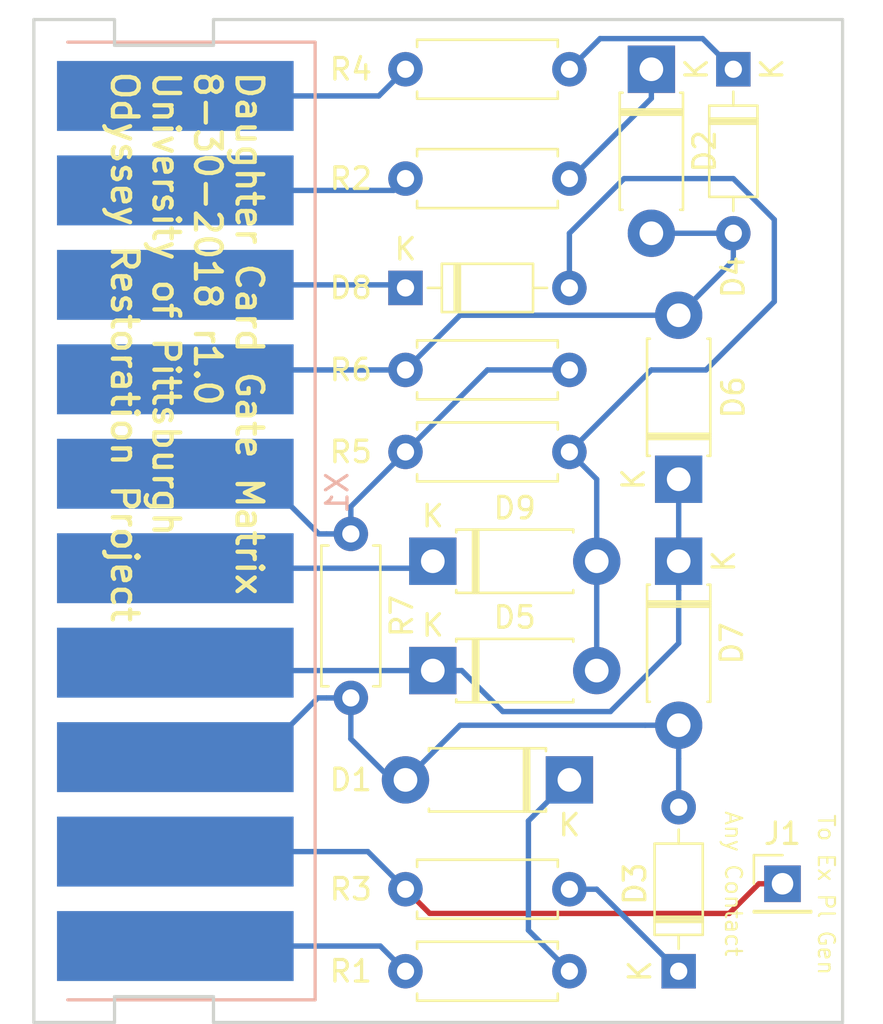
<source format=kicad_pcb>
(kicad_pcb (version 20171130) (host pcbnew "(5.0.1)-3")

  (general
    (thickness 1.6)
    (drawings 15)
    (tracks 75)
    (zones 0)
    (modules 18)
    (nets 16)
  )

  (page A4)
  (title_block
    (title "Odyssey Daughter Card Template")
    (date 2018-08-30)
    (rev 1.0)
    (company "University of Pittsburgh - Odyssey Restoration Project")
    (comment 1 "Levi Burner")
  )

  (layers
    (0 F.Cu signal)
    (31 B.Cu signal)
    (32 B.Adhes user)
    (33 F.Adhes user)
    (34 B.Paste user)
    (35 F.Paste user)
    (36 B.SilkS user)
    (37 F.SilkS user)
    (38 B.Mask user)
    (39 F.Mask user)
    (40 Dwgs.User user)
    (41 Cmts.User user)
    (42 Eco1.User user)
    (43 Eco2.User user)
    (44 Edge.Cuts user)
    (45 Margin user)
    (46 B.CrtYd user)
    (47 F.CrtYd user)
    (48 B.Fab user)
    (49 F.Fab user)
  )

  (setup
    (last_trace_width 0.25)
    (user_trace_width 2.5)
    (trace_clearance 0.2)
    (zone_clearance 0.508)
    (zone_45_only no)
    (trace_min 0.2)
    (segment_width 0.2)
    (edge_width 0.15)
    (via_size 0.8)
    (via_drill 0.4)
    (via_min_size 0.4)
    (via_min_drill 0.3)
    (uvia_size 0.3)
    (uvia_drill 0.1)
    (uvias_allowed no)
    (uvia_min_size 0.2)
    (uvia_min_drill 0.1)
    (pcb_text_width 0.3)
    (pcb_text_size 1.5 1.5)
    (mod_edge_width 0.15)
    (mod_text_size 1 1)
    (mod_text_width 0.15)
    (pad_size 1.524 1.524)
    (pad_drill 0.762)
    (pad_to_mask_clearance 0.2)
    (solder_mask_min_width 0.25)
    (aux_axis_origin 0 0)
    (visible_elements 7FFFFFFF)
    (pcbplotparams
      (layerselection 0x010f0_ffffffff)
      (usegerberextensions false)
      (usegerberattributes false)
      (usegerberadvancedattributes false)
      (creategerberjobfile false)
      (excludeedgelayer true)
      (linewidth 0.100000)
      (plotframeref false)
      (viasonmask false)
      (mode 1)
      (useauxorigin false)
      (hpglpennumber 1)
      (hpglpenspeed 20)
      (hpglpendiameter 15.000000)
      (psnegative false)
      (psa4output false)
      (plotreference true)
      (plotvalue true)
      (plotinvisibletext false)
      (padsonsilk false)
      (subtractmaskfromsilk false)
      (outputformat 1)
      (mirror false)
      (drillshape 0)
      (scaleselection 1)
      (outputdirectory "gerbers/"))
  )

  (net 0 "")
  (net 1 "Net-(D1-Pad1)")
  (net 2 /Card3)
  (net 3 /Card7)
  (net 4 "Net-(D2-Pad1)")
  (net 5 "Net-(D3-Pad1)")
  (net 6 "Net-(D4-Pad1)")
  (net 7 /Card4)
  (net 8 "Net-(D5-Pad2)")
  (net 9 /Card8)
  (net 10 /Card5)
  (net 11 /Card1)
  (net 12 /Card9)
  (net 13 /Card2)
  (net 14 /Card10)
  (net 15 /Card6)

  (net_class Default "This is the default net class."
    (clearance 0.2)
    (trace_width 0.25)
    (via_dia 0.8)
    (via_drill 0.4)
    (uvia_dia 0.3)
    (uvia_drill 0.1)
    (add_net /Card1)
    (add_net /Card10)
    (add_net /Card2)
    (add_net /Card3)
    (add_net /Card4)
    (add_net /Card5)
    (add_net /Card6)
    (add_net /Card7)
    (add_net /Card8)
    (add_net /Card9)
    (add_net "Net-(D1-Pad1)")
    (add_net "Net-(D2-Pad1)")
    (add_net "Net-(D3-Pad1)")
    (add_net "Net-(D4-Pad1)")
    (add_net "Net-(D5-Pad2)")
  )

  (module Odyssey_Daughter_Card:Odyssey_Daughter_Card (layer F.Cu) (tedit 5B0D8ECD) (tstamp 5B2441A7)
    (at 129 101)
    (path /5B0D981F)
    (fp_text reference X1 (at 7.525 -1.305 90) (layer B.SilkS)
      (effects (font (size 1 1) (thickness 0.15)) (justify mirror))
    )
    (fp_text value OdysseyDaughterCard (at 0 -23.25) (layer F.Fab)
      (effects (font (size 1 1) (thickness 0.15)))
    )
    (fp_line (start -5 -22.25) (end 6.5 -22.25) (layer B.SilkS) (width 0.15))
    (fp_line (start 6.5 -22.25) (end 6.5 22.25) (layer B.SilkS) (width 0.15))
    (fp_line (start 6.5 22.25) (end -5 22.25) (layer B.SilkS) (width 0.15))
    (pad 10 smd rect (at 0 -19.75) (size 11 3.25) (layers B.Cu B.Mask)
      (net 14 /Card10))
    (pad 9 smd rect (at 0 -15.361112) (size 11 3.25) (layers B.Cu B.Mask)
      (net 12 /Card9))
    (pad 8 smd rect (at 0 -10.972224) (size 11 3.25) (layers B.Cu B.Mask)
      (net 9 /Card8))
    (pad 7 smd rect (at 0 -6.583336) (size 11 3.25) (layers B.Cu B.Mask)
      (net 3 /Card7))
    (pad 6 smd rect (at 0 -2.194448) (size 11 3.25) (layers B.Cu B.Mask)
      (net 15 /Card6))
    (pad 5 smd rect (at 0 2.19444) (size 11 3.25) (layers B.Cu B.Mask)
      (net 10 /Card5))
    (pad 4 smd rect (at 0 6.583328) (size 11 3.25) (layers B.Cu B.Mask)
      (net 7 /Card4))
    (pad 3 smd rect (at 0 10.972216) (size 11 3.25) (layers B.Cu B.Mask)
      (net 2 /Card3))
    (pad 2 smd rect (at 0 15.361104) (size 11 3.25) (layers B.Cu B.Mask)
      (net 13 /Card2))
    (pad 1 smd rect (at 0 19.749992) (size 11 3.25) (layers B.Cu B.Mask)
      (net 11 /Card1))
  )

  (module Diode_THT:D_DO-41_SOD81_P7.62mm_Horizontal (layer F.Cu) (tedit 5A195B5A) (tstamp 5B3B9769)
    (at 147.32 113.03 180)
    (descr "D, DO-41_SOD81 series, Axial, Horizontal, pin pitch=7.62mm, , length*diameter=5.2*2.7mm^2, , http://www.diodes.com/_files/packages/DO-41%20(Plastic).pdf")
    (tags "D DO-41_SOD81 series Axial Horizontal pin pitch 7.62mm  length 5.2mm diameter 2.7mm")
    (path /5B0ED5C2)
    (fp_text reference D1 (at 10.16 0 180) (layer F.SilkS)
      (effects (font (size 1 1) (thickness 0.15)))
    )
    (fp_text value BAT83S (at 3.81 2.47 180) (layer F.Fab)
      (effects (font (size 1 1) (thickness 0.15)))
    )
    (fp_line (start 1.21 -1.35) (end 1.21 1.35) (layer F.Fab) (width 0.1))
    (fp_line (start 1.21 1.35) (end 6.41 1.35) (layer F.Fab) (width 0.1))
    (fp_line (start 6.41 1.35) (end 6.41 -1.35) (layer F.Fab) (width 0.1))
    (fp_line (start 6.41 -1.35) (end 1.21 -1.35) (layer F.Fab) (width 0.1))
    (fp_line (start 0 0) (end 1.21 0) (layer F.Fab) (width 0.1))
    (fp_line (start 7.62 0) (end 6.41 0) (layer F.Fab) (width 0.1))
    (fp_line (start 1.99 -1.35) (end 1.99 1.35) (layer F.Fab) (width 0.1))
    (fp_line (start 2.09 -1.35) (end 2.09 1.35) (layer F.Fab) (width 0.1))
    (fp_line (start 1.89 -1.35) (end 1.89 1.35) (layer F.Fab) (width 0.1))
    (fp_line (start 1.09 -1.34) (end 1.09 -1.47) (layer F.SilkS) (width 0.12))
    (fp_line (start 1.09 -1.47) (end 6.53 -1.47) (layer F.SilkS) (width 0.12))
    (fp_line (start 6.53 -1.47) (end 6.53 -1.34) (layer F.SilkS) (width 0.12))
    (fp_line (start 1.09 1.34) (end 1.09 1.47) (layer F.SilkS) (width 0.12))
    (fp_line (start 1.09 1.47) (end 6.53 1.47) (layer F.SilkS) (width 0.12))
    (fp_line (start 6.53 1.47) (end 6.53 1.34) (layer F.SilkS) (width 0.12))
    (fp_line (start 1.99 -1.47) (end 1.99 1.47) (layer F.SilkS) (width 0.12))
    (fp_line (start 2.11 -1.47) (end 2.11 1.47) (layer F.SilkS) (width 0.12))
    (fp_line (start 1.87 -1.47) (end 1.87 1.47) (layer F.SilkS) (width 0.12))
    (fp_line (start -1.35 -1.75) (end -1.35 1.75) (layer F.CrtYd) (width 0.05))
    (fp_line (start -1.35 1.75) (end 9 1.75) (layer F.CrtYd) (width 0.05))
    (fp_line (start 9 1.75) (end 9 -1.75) (layer F.CrtYd) (width 0.05))
    (fp_line (start 9 -1.75) (end -1.35 -1.75) (layer F.CrtYd) (width 0.05))
    (fp_text user %R (at 4.2 0 180) (layer F.Fab)
      (effects (font (size 1 1) (thickness 0.15)))
    )
    (fp_text user K (at 0 -2.1 180) (layer F.Fab)
      (effects (font (size 1 1) (thickness 0.15)))
    )
    (fp_text user K (at 0 -2.1 180) (layer F.SilkS)
      (effects (font (size 1 1) (thickness 0.15)))
    )
    (pad 1 thru_hole rect (at 0 0 180) (size 2.2 2.2) (drill 1.1) (layers *.Cu *.Mask)
      (net 1 "Net-(D1-Pad1)"))
    (pad 2 thru_hole oval (at 7.62 0 180) (size 2.2 2.2) (drill 1.1) (layers *.Cu *.Mask)
      (net 2 /Card3))
    (model ${KISYS3DMOD}/Diode_THT.3dshapes/D_DO-41_SOD81_P7.62mm_Horizontal.wrl
      (at (xyz 0 0 0))
      (scale (xyz 1 1 1))
      (rotate (xyz 0 0 0))
    )
  )

  (module Diode_THT:D_DO-41_SOD81_P7.62mm_Horizontal (layer F.Cu) (tedit 5A195B5A) (tstamp 5B3B9261)
    (at 151.13 80.01 270)
    (descr "D, DO-41_SOD81 series, Axial, Horizontal, pin pitch=7.62mm, , length*diameter=5.2*2.7mm^2, , http://www.diodes.com/_files/packages/DO-41%20(Plastic).pdf")
    (tags "D DO-41_SOD81 series Axial Horizontal pin pitch 7.62mm  length 5.2mm diameter 2.7mm")
    (path /5B0ED580)
    (fp_text reference D2 (at 3.81 -2.47 270) (layer F.SilkS)
      (effects (font (size 1 1) (thickness 0.15)))
    )
    (fp_text value BAT83S (at 3.81 2.47 270) (layer F.Fab)
      (effects (font (size 1 1) (thickness 0.15)))
    )
    (fp_text user K (at 0 -2.1 270) (layer F.SilkS)
      (effects (font (size 1 1) (thickness 0.15)))
    )
    (fp_text user K (at 0 -2.1 270) (layer F.Fab)
      (effects (font (size 1 1) (thickness 0.15)))
    )
    (fp_text user %R (at 4.2 0 270) (layer F.Fab)
      (effects (font (size 1 1) (thickness 0.15)))
    )
    (fp_line (start 9 -1.75) (end -1.35 -1.75) (layer F.CrtYd) (width 0.05))
    (fp_line (start 9 1.75) (end 9 -1.75) (layer F.CrtYd) (width 0.05))
    (fp_line (start -1.35 1.75) (end 9 1.75) (layer F.CrtYd) (width 0.05))
    (fp_line (start -1.35 -1.75) (end -1.35 1.75) (layer F.CrtYd) (width 0.05))
    (fp_line (start 1.87 -1.47) (end 1.87 1.47) (layer F.SilkS) (width 0.12))
    (fp_line (start 2.11 -1.47) (end 2.11 1.47) (layer F.SilkS) (width 0.12))
    (fp_line (start 1.99 -1.47) (end 1.99 1.47) (layer F.SilkS) (width 0.12))
    (fp_line (start 6.53 1.47) (end 6.53 1.34) (layer F.SilkS) (width 0.12))
    (fp_line (start 1.09 1.47) (end 6.53 1.47) (layer F.SilkS) (width 0.12))
    (fp_line (start 1.09 1.34) (end 1.09 1.47) (layer F.SilkS) (width 0.12))
    (fp_line (start 6.53 -1.47) (end 6.53 -1.34) (layer F.SilkS) (width 0.12))
    (fp_line (start 1.09 -1.47) (end 6.53 -1.47) (layer F.SilkS) (width 0.12))
    (fp_line (start 1.09 -1.34) (end 1.09 -1.47) (layer F.SilkS) (width 0.12))
    (fp_line (start 1.89 -1.35) (end 1.89 1.35) (layer F.Fab) (width 0.1))
    (fp_line (start 2.09 -1.35) (end 2.09 1.35) (layer F.Fab) (width 0.1))
    (fp_line (start 1.99 -1.35) (end 1.99 1.35) (layer F.Fab) (width 0.1))
    (fp_line (start 7.62 0) (end 6.41 0) (layer F.Fab) (width 0.1))
    (fp_line (start 0 0) (end 1.21 0) (layer F.Fab) (width 0.1))
    (fp_line (start 6.41 -1.35) (end 1.21 -1.35) (layer F.Fab) (width 0.1))
    (fp_line (start 6.41 1.35) (end 6.41 -1.35) (layer F.Fab) (width 0.1))
    (fp_line (start 1.21 1.35) (end 6.41 1.35) (layer F.Fab) (width 0.1))
    (fp_line (start 1.21 -1.35) (end 1.21 1.35) (layer F.Fab) (width 0.1))
    (pad 2 thru_hole oval (at 7.62 0 270) (size 2.2 2.2) (drill 1.1) (layers *.Cu *.Mask)
      (net 3 /Card7))
    (pad 1 thru_hole rect (at 0 0 270) (size 2.2 2.2) (drill 1.1) (layers *.Cu *.Mask)
      (net 4 "Net-(D2-Pad1)"))
    (model ${KISYS3DMOD}/Diode_THT.3dshapes/D_DO-41_SOD81_P7.62mm_Horizontal.wrl
      (at (xyz 0 0 0))
      (scale (xyz 1 1 1))
      (rotate (xyz 0 0 0))
    )
  )

  (module Diode_THT:D_DO-35_SOD27_P7.62mm_Horizontal (layer F.Cu) (tedit 5A195B5A) (tstamp 5B3B9280)
    (at 152.4 121.92 90)
    (descr "D, DO-35_SOD27 series, Axial, Horizontal, pin pitch=7.62mm, , length*diameter=4*2mm^2, , http://www.diodes.com/_files/packages/DO-35.pdf")
    (tags "D DO-35_SOD27 series Axial Horizontal pin pitch 7.62mm  length 4mm diameter 2mm")
    (path /5B0ED2D5)
    (fp_text reference D3 (at 4.064 -2.032 90) (layer F.SilkS)
      (effects (font (size 1 1) (thickness 0.15)))
    )
    (fp_text value 1N4448 (at 3.81 2.12 90) (layer F.Fab)
      (effects (font (size 1 1) (thickness 0.15)))
    )
    (fp_line (start 1.81 -1) (end 1.81 1) (layer F.Fab) (width 0.1))
    (fp_line (start 1.81 1) (end 5.81 1) (layer F.Fab) (width 0.1))
    (fp_line (start 5.81 1) (end 5.81 -1) (layer F.Fab) (width 0.1))
    (fp_line (start 5.81 -1) (end 1.81 -1) (layer F.Fab) (width 0.1))
    (fp_line (start 0 0) (end 1.81 0) (layer F.Fab) (width 0.1))
    (fp_line (start 7.62 0) (end 5.81 0) (layer F.Fab) (width 0.1))
    (fp_line (start 2.41 -1) (end 2.41 1) (layer F.Fab) (width 0.1))
    (fp_line (start 2.51 -1) (end 2.51 1) (layer F.Fab) (width 0.1))
    (fp_line (start 2.31 -1) (end 2.31 1) (layer F.Fab) (width 0.1))
    (fp_line (start 1.69 -1.12) (end 1.69 1.12) (layer F.SilkS) (width 0.12))
    (fp_line (start 1.69 1.12) (end 5.93 1.12) (layer F.SilkS) (width 0.12))
    (fp_line (start 5.93 1.12) (end 5.93 -1.12) (layer F.SilkS) (width 0.12))
    (fp_line (start 5.93 -1.12) (end 1.69 -1.12) (layer F.SilkS) (width 0.12))
    (fp_line (start 1.04 0) (end 1.69 0) (layer F.SilkS) (width 0.12))
    (fp_line (start 6.58 0) (end 5.93 0) (layer F.SilkS) (width 0.12))
    (fp_line (start 2.41 -1.12) (end 2.41 1.12) (layer F.SilkS) (width 0.12))
    (fp_line (start 2.53 -1.12) (end 2.53 1.12) (layer F.SilkS) (width 0.12))
    (fp_line (start 2.29 -1.12) (end 2.29 1.12) (layer F.SilkS) (width 0.12))
    (fp_line (start -1.05 -1.4) (end -1.05 1.4) (layer F.CrtYd) (width 0.05))
    (fp_line (start -1.05 1.4) (end 8.7 1.4) (layer F.CrtYd) (width 0.05))
    (fp_line (start 8.7 1.4) (end 8.7 -1.4) (layer F.CrtYd) (width 0.05))
    (fp_line (start 8.7 -1.4) (end -1.05 -1.4) (layer F.CrtYd) (width 0.05))
    (fp_text user %R (at 4.11 0 90) (layer F.Fab)
      (effects (font (size 0.8 0.8) (thickness 0.12)))
    )
    (fp_text user K (at 0 -1.8 90) (layer F.Fab)
      (effects (font (size 1 1) (thickness 0.15)))
    )
    (fp_text user K (at 0 -1.8 90) (layer F.SilkS)
      (effects (font (size 1 1) (thickness 0.15)))
    )
    (pad 1 thru_hole rect (at 0 0 90) (size 1.6 1.6) (drill 0.8) (layers *.Cu *.Mask)
      (net 5 "Net-(D3-Pad1)"))
    (pad 2 thru_hole oval (at 7.62 0 90) (size 1.6 1.6) (drill 0.8) (layers *.Cu *.Mask)
      (net 2 /Card3))
    (model ${KISYS3DMOD}/Diode_THT.3dshapes/D_DO-35_SOD27_P7.62mm_Horizontal.wrl
      (at (xyz 0 0 0))
      (scale (xyz 1 1 1))
      (rotate (xyz 0 0 0))
    )
  )

  (module Diode_THT:D_DO-35_SOD27_P7.62mm_Horizontal (layer F.Cu) (tedit 5A195B5A) (tstamp 5B3B929F)
    (at 154.94 80.01 270)
    (descr "D, DO-35_SOD27 series, Axial, Horizontal, pin pitch=7.62mm, , length*diameter=4*2mm^2, , http://www.diodes.com/_files/packages/DO-35.pdf")
    (tags "D DO-35_SOD27 series Axial Horizontal pin pitch 7.62mm  length 4mm diameter 2mm")
    (path /5B0ED2A5)
    (fp_text reference D4 (at 9.652 0 270) (layer F.SilkS)
      (effects (font (size 1 1) (thickness 0.15)))
    )
    (fp_text value 1N4448 (at 3.81 2.12 270) (layer F.Fab)
      (effects (font (size 1 1) (thickness 0.15)))
    )
    (fp_text user K (at 0 -1.8 270) (layer F.SilkS)
      (effects (font (size 1 1) (thickness 0.15)))
    )
    (fp_text user K (at 0 -1.8 270) (layer F.Fab)
      (effects (font (size 1 1) (thickness 0.15)))
    )
    (fp_text user %R (at 4.11 0 270) (layer F.Fab)
      (effects (font (size 0.8 0.8) (thickness 0.12)))
    )
    (fp_line (start 8.7 -1.4) (end -1.05 -1.4) (layer F.CrtYd) (width 0.05))
    (fp_line (start 8.7 1.4) (end 8.7 -1.4) (layer F.CrtYd) (width 0.05))
    (fp_line (start -1.05 1.4) (end 8.7 1.4) (layer F.CrtYd) (width 0.05))
    (fp_line (start -1.05 -1.4) (end -1.05 1.4) (layer F.CrtYd) (width 0.05))
    (fp_line (start 2.29 -1.12) (end 2.29 1.12) (layer F.SilkS) (width 0.12))
    (fp_line (start 2.53 -1.12) (end 2.53 1.12) (layer F.SilkS) (width 0.12))
    (fp_line (start 2.41 -1.12) (end 2.41 1.12) (layer F.SilkS) (width 0.12))
    (fp_line (start 6.58 0) (end 5.93 0) (layer F.SilkS) (width 0.12))
    (fp_line (start 1.04 0) (end 1.69 0) (layer F.SilkS) (width 0.12))
    (fp_line (start 5.93 -1.12) (end 1.69 -1.12) (layer F.SilkS) (width 0.12))
    (fp_line (start 5.93 1.12) (end 5.93 -1.12) (layer F.SilkS) (width 0.12))
    (fp_line (start 1.69 1.12) (end 5.93 1.12) (layer F.SilkS) (width 0.12))
    (fp_line (start 1.69 -1.12) (end 1.69 1.12) (layer F.SilkS) (width 0.12))
    (fp_line (start 2.31 -1) (end 2.31 1) (layer F.Fab) (width 0.1))
    (fp_line (start 2.51 -1) (end 2.51 1) (layer F.Fab) (width 0.1))
    (fp_line (start 2.41 -1) (end 2.41 1) (layer F.Fab) (width 0.1))
    (fp_line (start 7.62 0) (end 5.81 0) (layer F.Fab) (width 0.1))
    (fp_line (start 0 0) (end 1.81 0) (layer F.Fab) (width 0.1))
    (fp_line (start 5.81 -1) (end 1.81 -1) (layer F.Fab) (width 0.1))
    (fp_line (start 5.81 1) (end 5.81 -1) (layer F.Fab) (width 0.1))
    (fp_line (start 1.81 1) (end 5.81 1) (layer F.Fab) (width 0.1))
    (fp_line (start 1.81 -1) (end 1.81 1) (layer F.Fab) (width 0.1))
    (pad 2 thru_hole oval (at 7.62 0 270) (size 1.6 1.6) (drill 0.8) (layers *.Cu *.Mask)
      (net 3 /Card7))
    (pad 1 thru_hole rect (at 0 0 270) (size 1.6 1.6) (drill 0.8) (layers *.Cu *.Mask)
      (net 6 "Net-(D4-Pad1)"))
    (model ${KISYS3DMOD}/Diode_THT.3dshapes/D_DO-35_SOD27_P7.62mm_Horizontal.wrl
      (at (xyz 0 0 0))
      (scale (xyz 1 1 1))
      (rotate (xyz 0 0 0))
    )
  )

  (module Diode_THT:D_DO-41_SOD81_P7.62mm_Horizontal (layer F.Cu) (tedit 5A195B5A) (tstamp 5B3B92BE)
    (at 140.97 107.95)
    (descr "D, DO-41_SOD81 series, Axial, Horizontal, pin pitch=7.62mm, , length*diameter=5.2*2.7mm^2, , http://www.diodes.com/_files/packages/DO-41%20(Plastic).pdf")
    (tags "D DO-41_SOD81 series Axial Horizontal pin pitch 7.62mm  length 5.2mm diameter 2.7mm")
    (path /5B0ED68D)
    (fp_text reference D5 (at 3.81 -2.47) (layer F.SilkS)
      (effects (font (size 1 1) (thickness 0.15)))
    )
    (fp_text value BAT83S (at 3.81 2.47) (layer F.Fab)
      (effects (font (size 1 1) (thickness 0.15)))
    )
    (fp_line (start 1.21 -1.35) (end 1.21 1.35) (layer F.Fab) (width 0.1))
    (fp_line (start 1.21 1.35) (end 6.41 1.35) (layer F.Fab) (width 0.1))
    (fp_line (start 6.41 1.35) (end 6.41 -1.35) (layer F.Fab) (width 0.1))
    (fp_line (start 6.41 -1.35) (end 1.21 -1.35) (layer F.Fab) (width 0.1))
    (fp_line (start 0 0) (end 1.21 0) (layer F.Fab) (width 0.1))
    (fp_line (start 7.62 0) (end 6.41 0) (layer F.Fab) (width 0.1))
    (fp_line (start 1.99 -1.35) (end 1.99 1.35) (layer F.Fab) (width 0.1))
    (fp_line (start 2.09 -1.35) (end 2.09 1.35) (layer F.Fab) (width 0.1))
    (fp_line (start 1.89 -1.35) (end 1.89 1.35) (layer F.Fab) (width 0.1))
    (fp_line (start 1.09 -1.34) (end 1.09 -1.47) (layer F.SilkS) (width 0.12))
    (fp_line (start 1.09 -1.47) (end 6.53 -1.47) (layer F.SilkS) (width 0.12))
    (fp_line (start 6.53 -1.47) (end 6.53 -1.34) (layer F.SilkS) (width 0.12))
    (fp_line (start 1.09 1.34) (end 1.09 1.47) (layer F.SilkS) (width 0.12))
    (fp_line (start 1.09 1.47) (end 6.53 1.47) (layer F.SilkS) (width 0.12))
    (fp_line (start 6.53 1.47) (end 6.53 1.34) (layer F.SilkS) (width 0.12))
    (fp_line (start 1.99 -1.47) (end 1.99 1.47) (layer F.SilkS) (width 0.12))
    (fp_line (start 2.11 -1.47) (end 2.11 1.47) (layer F.SilkS) (width 0.12))
    (fp_line (start 1.87 -1.47) (end 1.87 1.47) (layer F.SilkS) (width 0.12))
    (fp_line (start -1.35 -1.75) (end -1.35 1.75) (layer F.CrtYd) (width 0.05))
    (fp_line (start -1.35 1.75) (end 9 1.75) (layer F.CrtYd) (width 0.05))
    (fp_line (start 9 1.75) (end 9 -1.75) (layer F.CrtYd) (width 0.05))
    (fp_line (start 9 -1.75) (end -1.35 -1.75) (layer F.CrtYd) (width 0.05))
    (fp_text user %R (at 4.2 0) (layer F.Fab)
      (effects (font (size 1 1) (thickness 0.15)))
    )
    (fp_text user K (at 0 -2.1) (layer F.Fab)
      (effects (font (size 1 1) (thickness 0.15)))
    )
    (fp_text user K (at 0 -2.1) (layer F.SilkS)
      (effects (font (size 1 1) (thickness 0.15)))
    )
    (pad 1 thru_hole rect (at 0 0) (size 2.2 2.2) (drill 1.1) (layers *.Cu *.Mask)
      (net 7 /Card4))
    (pad 2 thru_hole oval (at 7.62 0) (size 2.2 2.2) (drill 1.1) (layers *.Cu *.Mask)
      (net 8 "Net-(D5-Pad2)"))
    (model ${KISYS3DMOD}/Diode_THT.3dshapes/D_DO-41_SOD81_P7.62mm_Horizontal.wrl
      (at (xyz 0 0 0))
      (scale (xyz 1 1 1))
      (rotate (xyz 0 0 0))
    )
  )

  (module Diode_THT:D_DO-41_SOD81_P7.62mm_Horizontal (layer F.Cu) (tedit 5A195B5A) (tstamp 5B3B92DD)
    (at 152.4 99.06 90)
    (descr "D, DO-41_SOD81 series, Axial, Horizontal, pin pitch=7.62mm, , length*diameter=5.2*2.7mm^2, , http://www.diodes.com/_files/packages/DO-41%20(Plastic).pdf")
    (tags "D DO-41_SOD81 series Axial Horizontal pin pitch 7.62mm  length 5.2mm diameter 2.7mm")
    (path /5B0ED5EA)
    (fp_text reference D6 (at 3.81 2.54 90) (layer F.SilkS)
      (effects (font (size 1 1) (thickness 0.15)))
    )
    (fp_text value BAT83S (at 3.81 2.47 90) (layer F.Fab)
      (effects (font (size 1 1) (thickness 0.15)))
    )
    (fp_line (start 1.21 -1.35) (end 1.21 1.35) (layer F.Fab) (width 0.1))
    (fp_line (start 1.21 1.35) (end 6.41 1.35) (layer F.Fab) (width 0.1))
    (fp_line (start 6.41 1.35) (end 6.41 -1.35) (layer F.Fab) (width 0.1))
    (fp_line (start 6.41 -1.35) (end 1.21 -1.35) (layer F.Fab) (width 0.1))
    (fp_line (start 0 0) (end 1.21 0) (layer F.Fab) (width 0.1))
    (fp_line (start 7.62 0) (end 6.41 0) (layer F.Fab) (width 0.1))
    (fp_line (start 1.99 -1.35) (end 1.99 1.35) (layer F.Fab) (width 0.1))
    (fp_line (start 2.09 -1.35) (end 2.09 1.35) (layer F.Fab) (width 0.1))
    (fp_line (start 1.89 -1.35) (end 1.89 1.35) (layer F.Fab) (width 0.1))
    (fp_line (start 1.09 -1.34) (end 1.09 -1.47) (layer F.SilkS) (width 0.12))
    (fp_line (start 1.09 -1.47) (end 6.53 -1.47) (layer F.SilkS) (width 0.12))
    (fp_line (start 6.53 -1.47) (end 6.53 -1.34) (layer F.SilkS) (width 0.12))
    (fp_line (start 1.09 1.34) (end 1.09 1.47) (layer F.SilkS) (width 0.12))
    (fp_line (start 1.09 1.47) (end 6.53 1.47) (layer F.SilkS) (width 0.12))
    (fp_line (start 6.53 1.47) (end 6.53 1.34) (layer F.SilkS) (width 0.12))
    (fp_line (start 1.99 -1.47) (end 1.99 1.47) (layer F.SilkS) (width 0.12))
    (fp_line (start 2.11 -1.47) (end 2.11 1.47) (layer F.SilkS) (width 0.12))
    (fp_line (start 1.87 -1.47) (end 1.87 1.47) (layer F.SilkS) (width 0.12))
    (fp_line (start -1.35 -1.75) (end -1.35 1.75) (layer F.CrtYd) (width 0.05))
    (fp_line (start -1.35 1.75) (end 9 1.75) (layer F.CrtYd) (width 0.05))
    (fp_line (start 9 1.75) (end 9 -1.75) (layer F.CrtYd) (width 0.05))
    (fp_line (start 9 -1.75) (end -1.35 -1.75) (layer F.CrtYd) (width 0.05))
    (fp_text user %R (at 4.2 0 90) (layer F.Fab)
      (effects (font (size 1 1) (thickness 0.15)))
    )
    (fp_text user K (at 0 -2.1 90) (layer F.Fab)
      (effects (font (size 1 1) (thickness 0.15)))
    )
    (fp_text user K (at 0 -2.1 90) (layer F.SilkS)
      (effects (font (size 1 1) (thickness 0.15)))
    )
    (pad 1 thru_hole rect (at 0 0 90) (size 2.2 2.2) (drill 1.1) (layers *.Cu *.Mask)
      (net 7 /Card4))
    (pad 2 thru_hole oval (at 7.62 0 90) (size 2.2 2.2) (drill 1.1) (layers *.Cu *.Mask)
      (net 3 /Card7))
    (model ${KISYS3DMOD}/Diode_THT.3dshapes/D_DO-41_SOD81_P7.62mm_Horizontal.wrl
      (at (xyz 0 0 0))
      (scale (xyz 1 1 1))
      (rotate (xyz 0 0 0))
    )
  )

  (module Diode_THT:D_DO-41_SOD81_P7.62mm_Horizontal (layer F.Cu) (tedit 5A195B5A) (tstamp 5B3B92FC)
    (at 152.4 102.87 270)
    (descr "D, DO-41_SOD81 series, Axial, Horizontal, pin pitch=7.62mm, , length*diameter=5.2*2.7mm^2, , http://www.diodes.com/_files/packages/DO-41%20(Plastic).pdf")
    (tags "D DO-41_SOD81 series Axial Horizontal pin pitch 7.62mm  length 5.2mm diameter 2.7mm")
    (path /5B0ED659)
    (fp_text reference D7 (at 3.81 -2.47 270) (layer F.SilkS)
      (effects (font (size 1 1) (thickness 0.15)))
    )
    (fp_text value BAT83S (at 3.81 2.47 270) (layer F.Fab)
      (effects (font (size 1 1) (thickness 0.15)))
    )
    (fp_text user K (at 0 -2.1 270) (layer F.SilkS)
      (effects (font (size 1 1) (thickness 0.15)))
    )
    (fp_text user K (at 0 -2.1 270) (layer F.Fab)
      (effects (font (size 1 1) (thickness 0.15)))
    )
    (fp_text user %R (at 4.2 0 270) (layer F.Fab)
      (effects (font (size 1 1) (thickness 0.15)))
    )
    (fp_line (start 9 -1.75) (end -1.35 -1.75) (layer F.CrtYd) (width 0.05))
    (fp_line (start 9 1.75) (end 9 -1.75) (layer F.CrtYd) (width 0.05))
    (fp_line (start -1.35 1.75) (end 9 1.75) (layer F.CrtYd) (width 0.05))
    (fp_line (start -1.35 -1.75) (end -1.35 1.75) (layer F.CrtYd) (width 0.05))
    (fp_line (start 1.87 -1.47) (end 1.87 1.47) (layer F.SilkS) (width 0.12))
    (fp_line (start 2.11 -1.47) (end 2.11 1.47) (layer F.SilkS) (width 0.12))
    (fp_line (start 1.99 -1.47) (end 1.99 1.47) (layer F.SilkS) (width 0.12))
    (fp_line (start 6.53 1.47) (end 6.53 1.34) (layer F.SilkS) (width 0.12))
    (fp_line (start 1.09 1.47) (end 6.53 1.47) (layer F.SilkS) (width 0.12))
    (fp_line (start 1.09 1.34) (end 1.09 1.47) (layer F.SilkS) (width 0.12))
    (fp_line (start 6.53 -1.47) (end 6.53 -1.34) (layer F.SilkS) (width 0.12))
    (fp_line (start 1.09 -1.47) (end 6.53 -1.47) (layer F.SilkS) (width 0.12))
    (fp_line (start 1.09 -1.34) (end 1.09 -1.47) (layer F.SilkS) (width 0.12))
    (fp_line (start 1.89 -1.35) (end 1.89 1.35) (layer F.Fab) (width 0.1))
    (fp_line (start 2.09 -1.35) (end 2.09 1.35) (layer F.Fab) (width 0.1))
    (fp_line (start 1.99 -1.35) (end 1.99 1.35) (layer F.Fab) (width 0.1))
    (fp_line (start 7.62 0) (end 6.41 0) (layer F.Fab) (width 0.1))
    (fp_line (start 0 0) (end 1.21 0) (layer F.Fab) (width 0.1))
    (fp_line (start 6.41 -1.35) (end 1.21 -1.35) (layer F.Fab) (width 0.1))
    (fp_line (start 6.41 1.35) (end 6.41 -1.35) (layer F.Fab) (width 0.1))
    (fp_line (start 1.21 1.35) (end 6.41 1.35) (layer F.Fab) (width 0.1))
    (fp_line (start 1.21 -1.35) (end 1.21 1.35) (layer F.Fab) (width 0.1))
    (pad 2 thru_hole oval (at 7.62 0 270) (size 2.2 2.2) (drill 1.1) (layers *.Cu *.Mask)
      (net 2 /Card3))
    (pad 1 thru_hole rect (at 0 0 270) (size 2.2 2.2) (drill 1.1) (layers *.Cu *.Mask)
      (net 7 /Card4))
    (model ${KISYS3DMOD}/Diode_THT.3dshapes/D_DO-41_SOD81_P7.62mm_Horizontal.wrl
      (at (xyz 0 0 0))
      (scale (xyz 1 1 1))
      (rotate (xyz 0 0 0))
    )
  )

  (module Diode_THT:D_DO-35_SOD27_P7.62mm_Horizontal (layer F.Cu) (tedit 5A195B5A) (tstamp 5B3B931B)
    (at 139.7 90.17)
    (descr "D, DO-35_SOD27 series, Axial, Horizontal, pin pitch=7.62mm, , length*diameter=4*2mm^2, , http://www.diodes.com/_files/packages/DO-35.pdf")
    (tags "D DO-35_SOD27 series Axial Horizontal pin pitch 7.62mm  length 4mm diameter 2mm")
    (path /5B0EDB22)
    (fp_text reference D8 (at -2.54 0) (layer F.SilkS)
      (effects (font (size 1 1) (thickness 0.15)))
    )
    (fp_text value 1N4448 (at 3.81 2.12) (layer F.Fab)
      (effects (font (size 1 1) (thickness 0.15)))
    )
    (fp_line (start 1.81 -1) (end 1.81 1) (layer F.Fab) (width 0.1))
    (fp_line (start 1.81 1) (end 5.81 1) (layer F.Fab) (width 0.1))
    (fp_line (start 5.81 1) (end 5.81 -1) (layer F.Fab) (width 0.1))
    (fp_line (start 5.81 -1) (end 1.81 -1) (layer F.Fab) (width 0.1))
    (fp_line (start 0 0) (end 1.81 0) (layer F.Fab) (width 0.1))
    (fp_line (start 7.62 0) (end 5.81 0) (layer F.Fab) (width 0.1))
    (fp_line (start 2.41 -1) (end 2.41 1) (layer F.Fab) (width 0.1))
    (fp_line (start 2.51 -1) (end 2.51 1) (layer F.Fab) (width 0.1))
    (fp_line (start 2.31 -1) (end 2.31 1) (layer F.Fab) (width 0.1))
    (fp_line (start 1.69 -1.12) (end 1.69 1.12) (layer F.SilkS) (width 0.12))
    (fp_line (start 1.69 1.12) (end 5.93 1.12) (layer F.SilkS) (width 0.12))
    (fp_line (start 5.93 1.12) (end 5.93 -1.12) (layer F.SilkS) (width 0.12))
    (fp_line (start 5.93 -1.12) (end 1.69 -1.12) (layer F.SilkS) (width 0.12))
    (fp_line (start 1.04 0) (end 1.69 0) (layer F.SilkS) (width 0.12))
    (fp_line (start 6.58 0) (end 5.93 0) (layer F.SilkS) (width 0.12))
    (fp_line (start 2.41 -1.12) (end 2.41 1.12) (layer F.SilkS) (width 0.12))
    (fp_line (start 2.53 -1.12) (end 2.53 1.12) (layer F.SilkS) (width 0.12))
    (fp_line (start 2.29 -1.12) (end 2.29 1.12) (layer F.SilkS) (width 0.12))
    (fp_line (start -1.05 -1.4) (end -1.05 1.4) (layer F.CrtYd) (width 0.05))
    (fp_line (start -1.05 1.4) (end 8.7 1.4) (layer F.CrtYd) (width 0.05))
    (fp_line (start 8.7 1.4) (end 8.7 -1.4) (layer F.CrtYd) (width 0.05))
    (fp_line (start 8.7 -1.4) (end -1.05 -1.4) (layer F.CrtYd) (width 0.05))
    (fp_text user %R (at 4.11 0) (layer F.Fab)
      (effects (font (size 0.8 0.8) (thickness 0.12)))
    )
    (fp_text user K (at 0 -1.8) (layer F.Fab)
      (effects (font (size 1 1) (thickness 0.15)))
    )
    (fp_text user K (at 0 -1.8) (layer F.SilkS)
      (effects (font (size 1 1) (thickness 0.15)))
    )
    (pad 1 thru_hole rect (at 0 0) (size 1.6 1.6) (drill 0.8) (layers *.Cu *.Mask)
      (net 9 /Card8))
    (pad 2 thru_hole oval (at 7.62 0) (size 1.6 1.6) (drill 0.8) (layers *.Cu *.Mask)
      (net 8 "Net-(D5-Pad2)"))
    (model ${KISYS3DMOD}/Diode_THT.3dshapes/D_DO-35_SOD27_P7.62mm_Horizontal.wrl
      (at (xyz 0 0 0))
      (scale (xyz 1 1 1))
      (rotate (xyz 0 0 0))
    )
  )

  (module Diode_THT:D_DO-41_SOD81_P7.62mm_Horizontal (layer F.Cu) (tedit 5A195B5A) (tstamp 5B3BA065)
    (at 140.97 102.87)
    (descr "D, DO-41_SOD81 series, Axial, Horizontal, pin pitch=7.62mm, , length*diameter=5.2*2.7mm^2, , http://www.diodes.com/_files/packages/DO-41%20(Plastic).pdf")
    (tags "D DO-41_SOD81 series Axial Horizontal pin pitch 7.62mm  length 5.2mm diameter 2.7mm")
    (path /5B0ED907)
    (fp_text reference D9 (at 3.81 -2.47) (layer F.SilkS)
      (effects (font (size 1 1) (thickness 0.15)))
    )
    (fp_text value BAT83S (at 3.81 2.47) (layer F.Fab)
      (effects (font (size 1 1) (thickness 0.15)))
    )
    (fp_text user K (at 0 -2.1) (layer F.SilkS)
      (effects (font (size 1 1) (thickness 0.15)))
    )
    (fp_text user K (at 0 -2.1) (layer F.Fab)
      (effects (font (size 1 1) (thickness 0.15)))
    )
    (fp_text user %R (at 4.2 0) (layer F.Fab)
      (effects (font (size 1 1) (thickness 0.15)))
    )
    (fp_line (start 9 -1.75) (end -1.35 -1.75) (layer F.CrtYd) (width 0.05))
    (fp_line (start 9 1.75) (end 9 -1.75) (layer F.CrtYd) (width 0.05))
    (fp_line (start -1.35 1.75) (end 9 1.75) (layer F.CrtYd) (width 0.05))
    (fp_line (start -1.35 -1.75) (end -1.35 1.75) (layer F.CrtYd) (width 0.05))
    (fp_line (start 1.87 -1.47) (end 1.87 1.47) (layer F.SilkS) (width 0.12))
    (fp_line (start 2.11 -1.47) (end 2.11 1.47) (layer F.SilkS) (width 0.12))
    (fp_line (start 1.99 -1.47) (end 1.99 1.47) (layer F.SilkS) (width 0.12))
    (fp_line (start 6.53 1.47) (end 6.53 1.34) (layer F.SilkS) (width 0.12))
    (fp_line (start 1.09 1.47) (end 6.53 1.47) (layer F.SilkS) (width 0.12))
    (fp_line (start 1.09 1.34) (end 1.09 1.47) (layer F.SilkS) (width 0.12))
    (fp_line (start 6.53 -1.47) (end 6.53 -1.34) (layer F.SilkS) (width 0.12))
    (fp_line (start 1.09 -1.47) (end 6.53 -1.47) (layer F.SilkS) (width 0.12))
    (fp_line (start 1.09 -1.34) (end 1.09 -1.47) (layer F.SilkS) (width 0.12))
    (fp_line (start 1.89 -1.35) (end 1.89 1.35) (layer F.Fab) (width 0.1))
    (fp_line (start 2.09 -1.35) (end 2.09 1.35) (layer F.Fab) (width 0.1))
    (fp_line (start 1.99 -1.35) (end 1.99 1.35) (layer F.Fab) (width 0.1))
    (fp_line (start 7.62 0) (end 6.41 0) (layer F.Fab) (width 0.1))
    (fp_line (start 0 0) (end 1.21 0) (layer F.Fab) (width 0.1))
    (fp_line (start 6.41 -1.35) (end 1.21 -1.35) (layer F.Fab) (width 0.1))
    (fp_line (start 6.41 1.35) (end 6.41 -1.35) (layer F.Fab) (width 0.1))
    (fp_line (start 1.21 1.35) (end 6.41 1.35) (layer F.Fab) (width 0.1))
    (fp_line (start 1.21 -1.35) (end 1.21 1.35) (layer F.Fab) (width 0.1))
    (pad 2 thru_hole oval (at 7.62 0) (size 2.2 2.2) (drill 1.1) (layers *.Cu *.Mask)
      (net 8 "Net-(D5-Pad2)"))
    (pad 1 thru_hole rect (at 0 0) (size 2.2 2.2) (drill 1.1) (layers *.Cu *.Mask)
      (net 10 /Card5))
    (model ${KISYS3DMOD}/Diode_THT.3dshapes/D_DO-41_SOD81_P7.62mm_Horizontal.wrl
      (at (xyz 0 0 0))
      (scale (xyz 1 1 1))
      (rotate (xyz 0 0 0))
    )
  )

  (module Resistor_THT:R_Axial_DIN0207_L6.3mm_D2.5mm_P7.62mm_Horizontal (layer F.Cu) (tedit 5A24F4B6) (tstamp 5B3B9351)
    (at 147.32 121.92 180)
    (descr "Resistor, Axial_DIN0207 series, Axial, Horizontal, pin pitch=7.62mm, 0.25W = 1/4W, length*diameter=6.3*2.5mm^2, http://cdn-reichelt.de/documents/datenblatt/B400/1_4W%23YAG.pdf")
    (tags "Resistor Axial_DIN0207 series Axial Horizontal pin pitch 7.62mm 0.25W = 1/4W length 6.3mm diameter 2.5mm")
    (path /5B0ED126)
    (fp_text reference R1 (at 10.16 0 180) (layer F.SilkS)
      (effects (font (size 1 1) (thickness 0.15)))
    )
    (fp_text value 10k (at 3.81 2.37 180) (layer F.Fab)
      (effects (font (size 1 1) (thickness 0.15)))
    )
    (fp_text user %R (at 3.81 0 180) (layer F.Fab)
      (effects (font (size 1 1) (thickness 0.15)))
    )
    (fp_line (start 8.7 -1.65) (end -1.05 -1.65) (layer F.CrtYd) (width 0.05))
    (fp_line (start 8.7 1.65) (end 8.7 -1.65) (layer F.CrtYd) (width 0.05))
    (fp_line (start -1.05 1.65) (end 8.7 1.65) (layer F.CrtYd) (width 0.05))
    (fp_line (start -1.05 -1.65) (end -1.05 1.65) (layer F.CrtYd) (width 0.05))
    (fp_line (start 7.08 1.37) (end 7.08 1.04) (layer F.SilkS) (width 0.12))
    (fp_line (start 0.54 1.37) (end 7.08 1.37) (layer F.SilkS) (width 0.12))
    (fp_line (start 0.54 1.04) (end 0.54 1.37) (layer F.SilkS) (width 0.12))
    (fp_line (start 7.08 -1.37) (end 7.08 -1.04) (layer F.SilkS) (width 0.12))
    (fp_line (start 0.54 -1.37) (end 7.08 -1.37) (layer F.SilkS) (width 0.12))
    (fp_line (start 0.54 -1.04) (end 0.54 -1.37) (layer F.SilkS) (width 0.12))
    (fp_line (start 7.62 0) (end 6.96 0) (layer F.Fab) (width 0.1))
    (fp_line (start 0 0) (end 0.66 0) (layer F.Fab) (width 0.1))
    (fp_line (start 6.96 -1.25) (end 0.66 -1.25) (layer F.Fab) (width 0.1))
    (fp_line (start 6.96 1.25) (end 6.96 -1.25) (layer F.Fab) (width 0.1))
    (fp_line (start 0.66 1.25) (end 6.96 1.25) (layer F.Fab) (width 0.1))
    (fp_line (start 0.66 -1.25) (end 0.66 1.25) (layer F.Fab) (width 0.1))
    (pad 2 thru_hole oval (at 7.62 0 180) (size 1.6 1.6) (drill 0.8) (layers *.Cu *.Mask)
      (net 11 /Card1))
    (pad 1 thru_hole circle (at 0 0 180) (size 1.6 1.6) (drill 0.8) (layers *.Cu *.Mask)
      (net 1 "Net-(D1-Pad1)"))
    (model ${KISYS3DMOD}/Resistor_THT.3dshapes/R_Axial_DIN0207_L6.3mm_D2.5mm_P7.62mm_Horizontal.wrl
      (at (xyz 0 0 0))
      (scale (xyz 1 1 1))
      (rotate (xyz 0 0 0))
    )
  )

  (module Resistor_THT:R_Axial_DIN0207_L6.3mm_D2.5mm_P7.62mm_Horizontal (layer F.Cu) (tedit 5A24F4B6) (tstamp 5B3B9368)
    (at 147.32 85.09 180)
    (descr "Resistor, Axial_DIN0207 series, Axial, Horizontal, pin pitch=7.62mm, 0.25W = 1/4W, length*diameter=6.3*2.5mm^2, http://cdn-reichelt.de/documents/datenblatt/B400/1_4W%23YAG.pdf")
    (tags "Resistor Axial_DIN0207 series Axial Horizontal pin pitch 7.62mm 0.25W = 1/4W length 6.3mm diameter 2.5mm")
    (path /5B0ED0FD)
    (fp_text reference R2 (at 10.16 0 180) (layer F.SilkS)
      (effects (font (size 1 1) (thickness 0.15)))
    )
    (fp_text value 10k (at 3.81 2.37 180) (layer F.Fab)
      (effects (font (size 1 1) (thickness 0.15)))
    )
    (fp_line (start 0.66 -1.25) (end 0.66 1.25) (layer F.Fab) (width 0.1))
    (fp_line (start 0.66 1.25) (end 6.96 1.25) (layer F.Fab) (width 0.1))
    (fp_line (start 6.96 1.25) (end 6.96 -1.25) (layer F.Fab) (width 0.1))
    (fp_line (start 6.96 -1.25) (end 0.66 -1.25) (layer F.Fab) (width 0.1))
    (fp_line (start 0 0) (end 0.66 0) (layer F.Fab) (width 0.1))
    (fp_line (start 7.62 0) (end 6.96 0) (layer F.Fab) (width 0.1))
    (fp_line (start 0.54 -1.04) (end 0.54 -1.37) (layer F.SilkS) (width 0.12))
    (fp_line (start 0.54 -1.37) (end 7.08 -1.37) (layer F.SilkS) (width 0.12))
    (fp_line (start 7.08 -1.37) (end 7.08 -1.04) (layer F.SilkS) (width 0.12))
    (fp_line (start 0.54 1.04) (end 0.54 1.37) (layer F.SilkS) (width 0.12))
    (fp_line (start 0.54 1.37) (end 7.08 1.37) (layer F.SilkS) (width 0.12))
    (fp_line (start 7.08 1.37) (end 7.08 1.04) (layer F.SilkS) (width 0.12))
    (fp_line (start -1.05 -1.65) (end -1.05 1.65) (layer F.CrtYd) (width 0.05))
    (fp_line (start -1.05 1.65) (end 8.7 1.65) (layer F.CrtYd) (width 0.05))
    (fp_line (start 8.7 1.65) (end 8.7 -1.65) (layer F.CrtYd) (width 0.05))
    (fp_line (start 8.7 -1.65) (end -1.05 -1.65) (layer F.CrtYd) (width 0.05))
    (fp_text user %R (at 3.81 0 180) (layer F.Fab)
      (effects (font (size 1 1) (thickness 0.15)))
    )
    (pad 1 thru_hole circle (at 0 0 180) (size 1.6 1.6) (drill 0.8) (layers *.Cu *.Mask)
      (net 4 "Net-(D2-Pad1)"))
    (pad 2 thru_hole oval (at 7.62 0 180) (size 1.6 1.6) (drill 0.8) (layers *.Cu *.Mask)
      (net 12 /Card9))
    (model ${KISYS3DMOD}/Resistor_THT.3dshapes/R_Axial_DIN0207_L6.3mm_D2.5mm_P7.62mm_Horizontal.wrl
      (at (xyz 0 0 0))
      (scale (xyz 1 1 1))
      (rotate (xyz 0 0 0))
    )
  )

  (module Resistor_THT:R_Axial_DIN0207_L6.3mm_D2.5mm_P7.62mm_Horizontal (layer F.Cu) (tedit 5A24F4B6) (tstamp 5B3B937F)
    (at 147.32 118.11 180)
    (descr "Resistor, Axial_DIN0207 series, Axial, Horizontal, pin pitch=7.62mm, 0.25W = 1/4W, length*diameter=6.3*2.5mm^2, http://cdn-reichelt.de/documents/datenblatt/B400/1_4W%23YAG.pdf")
    (tags "Resistor Axial_DIN0207 series Axial Horizontal pin pitch 7.62mm 0.25W = 1/4W length 6.3mm diameter 2.5mm")
    (path /5B0ED0BB)
    (fp_text reference R3 (at 10.16 0 180) (layer F.SilkS)
      (effects (font (size 1 1) (thickness 0.15)))
    )
    (fp_text value 10k (at 3.81 2.37 180) (layer F.Fab)
      (effects (font (size 1 1) (thickness 0.15)))
    )
    (fp_text user %R (at 3.81 0 180) (layer F.Fab)
      (effects (font (size 1 1) (thickness 0.15)))
    )
    (fp_line (start 8.7 -1.65) (end -1.05 -1.65) (layer F.CrtYd) (width 0.05))
    (fp_line (start 8.7 1.65) (end 8.7 -1.65) (layer F.CrtYd) (width 0.05))
    (fp_line (start -1.05 1.65) (end 8.7 1.65) (layer F.CrtYd) (width 0.05))
    (fp_line (start -1.05 -1.65) (end -1.05 1.65) (layer F.CrtYd) (width 0.05))
    (fp_line (start 7.08 1.37) (end 7.08 1.04) (layer F.SilkS) (width 0.12))
    (fp_line (start 0.54 1.37) (end 7.08 1.37) (layer F.SilkS) (width 0.12))
    (fp_line (start 0.54 1.04) (end 0.54 1.37) (layer F.SilkS) (width 0.12))
    (fp_line (start 7.08 -1.37) (end 7.08 -1.04) (layer F.SilkS) (width 0.12))
    (fp_line (start 0.54 -1.37) (end 7.08 -1.37) (layer F.SilkS) (width 0.12))
    (fp_line (start 0.54 -1.04) (end 0.54 -1.37) (layer F.SilkS) (width 0.12))
    (fp_line (start 7.62 0) (end 6.96 0) (layer F.Fab) (width 0.1))
    (fp_line (start 0 0) (end 0.66 0) (layer F.Fab) (width 0.1))
    (fp_line (start 6.96 -1.25) (end 0.66 -1.25) (layer F.Fab) (width 0.1))
    (fp_line (start 6.96 1.25) (end 6.96 -1.25) (layer F.Fab) (width 0.1))
    (fp_line (start 0.66 1.25) (end 6.96 1.25) (layer F.Fab) (width 0.1))
    (fp_line (start 0.66 -1.25) (end 0.66 1.25) (layer F.Fab) (width 0.1))
    (pad 2 thru_hole oval (at 7.62 0 180) (size 1.6 1.6) (drill 0.8) (layers *.Cu *.Mask)
      (net 13 /Card2))
    (pad 1 thru_hole circle (at 0 0 180) (size 1.6 1.6) (drill 0.8) (layers *.Cu *.Mask)
      (net 5 "Net-(D3-Pad1)"))
    (model ${KISYS3DMOD}/Resistor_THT.3dshapes/R_Axial_DIN0207_L6.3mm_D2.5mm_P7.62mm_Horizontal.wrl
      (at (xyz 0 0 0))
      (scale (xyz 1 1 1))
      (rotate (xyz 0 0 0))
    )
  )

  (module Resistor_THT:R_Axial_DIN0207_L6.3mm_D2.5mm_P7.62mm_Horizontal (layer F.Cu) (tedit 5A24F4B6) (tstamp 5B3B9396)
    (at 147.32 80.01 180)
    (descr "Resistor, Axial_DIN0207 series, Axial, Horizontal, pin pitch=7.62mm, 0.25W = 1/4W, length*diameter=6.3*2.5mm^2, http://cdn-reichelt.de/documents/datenblatt/B400/1_4W%23YAG.pdf")
    (tags "Resistor Axial_DIN0207 series Axial Horizontal pin pitch 7.62mm 0.25W = 1/4W length 6.3mm diameter 2.5mm")
    (path /5B0ED040)
    (fp_text reference R4 (at 10.16 0 180) (layer F.SilkS)
      (effects (font (size 1 1) (thickness 0.15)))
    )
    (fp_text value 10k (at 3.81 2.37 180) (layer F.Fab)
      (effects (font (size 1 1) (thickness 0.15)))
    )
    (fp_text user %R (at 3.81 0 180) (layer F.Fab)
      (effects (font (size 1 1) (thickness 0.15)))
    )
    (fp_line (start 8.7 -1.65) (end -1.05 -1.65) (layer F.CrtYd) (width 0.05))
    (fp_line (start 8.7 1.65) (end 8.7 -1.65) (layer F.CrtYd) (width 0.05))
    (fp_line (start -1.05 1.65) (end 8.7 1.65) (layer F.CrtYd) (width 0.05))
    (fp_line (start -1.05 -1.65) (end -1.05 1.65) (layer F.CrtYd) (width 0.05))
    (fp_line (start 7.08 1.37) (end 7.08 1.04) (layer F.SilkS) (width 0.12))
    (fp_line (start 0.54 1.37) (end 7.08 1.37) (layer F.SilkS) (width 0.12))
    (fp_line (start 0.54 1.04) (end 0.54 1.37) (layer F.SilkS) (width 0.12))
    (fp_line (start 7.08 -1.37) (end 7.08 -1.04) (layer F.SilkS) (width 0.12))
    (fp_line (start 0.54 -1.37) (end 7.08 -1.37) (layer F.SilkS) (width 0.12))
    (fp_line (start 0.54 -1.04) (end 0.54 -1.37) (layer F.SilkS) (width 0.12))
    (fp_line (start 7.62 0) (end 6.96 0) (layer F.Fab) (width 0.1))
    (fp_line (start 0 0) (end 0.66 0) (layer F.Fab) (width 0.1))
    (fp_line (start 6.96 -1.25) (end 0.66 -1.25) (layer F.Fab) (width 0.1))
    (fp_line (start 6.96 1.25) (end 6.96 -1.25) (layer F.Fab) (width 0.1))
    (fp_line (start 0.66 1.25) (end 6.96 1.25) (layer F.Fab) (width 0.1))
    (fp_line (start 0.66 -1.25) (end 0.66 1.25) (layer F.Fab) (width 0.1))
    (pad 2 thru_hole oval (at 7.62 0 180) (size 1.6 1.6) (drill 0.8) (layers *.Cu *.Mask)
      (net 14 /Card10))
    (pad 1 thru_hole circle (at 0 0 180) (size 1.6 1.6) (drill 0.8) (layers *.Cu *.Mask)
      (net 6 "Net-(D4-Pad1)"))
    (model ${KISYS3DMOD}/Resistor_THT.3dshapes/R_Axial_DIN0207_L6.3mm_D2.5mm_P7.62mm_Horizontal.wrl
      (at (xyz 0 0 0))
      (scale (xyz 1 1 1))
      (rotate (xyz 0 0 0))
    )
  )

  (module Resistor_THT:R_Axial_DIN0207_L6.3mm_D2.5mm_P7.62mm_Horizontal (layer F.Cu) (tedit 5A24F4B6) (tstamp 5B3B93AD)
    (at 139.7 97.79)
    (descr "Resistor, Axial_DIN0207 series, Axial, Horizontal, pin pitch=7.62mm, 0.25W = 1/4W, length*diameter=6.3*2.5mm^2, http://cdn-reichelt.de/documents/datenblatt/B400/1_4W%23YAG.pdf")
    (tags "Resistor Axial_DIN0207 series Axial Horizontal pin pitch 7.62mm 0.25W = 1/4W length 6.3mm diameter 2.5mm")
    (path /5B0ED7E7)
    (fp_text reference R5 (at -2.54 0) (layer F.SilkS)
      (effects (font (size 1 1) (thickness 0.15)))
    )
    (fp_text value 4.7k (at 3.81 2.37) (layer F.Fab)
      (effects (font (size 1 1) (thickness 0.15)))
    )
    (fp_line (start 0.66 -1.25) (end 0.66 1.25) (layer F.Fab) (width 0.1))
    (fp_line (start 0.66 1.25) (end 6.96 1.25) (layer F.Fab) (width 0.1))
    (fp_line (start 6.96 1.25) (end 6.96 -1.25) (layer F.Fab) (width 0.1))
    (fp_line (start 6.96 -1.25) (end 0.66 -1.25) (layer F.Fab) (width 0.1))
    (fp_line (start 0 0) (end 0.66 0) (layer F.Fab) (width 0.1))
    (fp_line (start 7.62 0) (end 6.96 0) (layer F.Fab) (width 0.1))
    (fp_line (start 0.54 -1.04) (end 0.54 -1.37) (layer F.SilkS) (width 0.12))
    (fp_line (start 0.54 -1.37) (end 7.08 -1.37) (layer F.SilkS) (width 0.12))
    (fp_line (start 7.08 -1.37) (end 7.08 -1.04) (layer F.SilkS) (width 0.12))
    (fp_line (start 0.54 1.04) (end 0.54 1.37) (layer F.SilkS) (width 0.12))
    (fp_line (start 0.54 1.37) (end 7.08 1.37) (layer F.SilkS) (width 0.12))
    (fp_line (start 7.08 1.37) (end 7.08 1.04) (layer F.SilkS) (width 0.12))
    (fp_line (start -1.05 -1.65) (end -1.05 1.65) (layer F.CrtYd) (width 0.05))
    (fp_line (start -1.05 1.65) (end 8.7 1.65) (layer F.CrtYd) (width 0.05))
    (fp_line (start 8.7 1.65) (end 8.7 -1.65) (layer F.CrtYd) (width 0.05))
    (fp_line (start 8.7 -1.65) (end -1.05 -1.65) (layer F.CrtYd) (width 0.05))
    (fp_text user %R (at 3.81 0) (layer F.Fab)
      (effects (font (size 1 1) (thickness 0.15)))
    )
    (pad 1 thru_hole circle (at 0 0) (size 1.6 1.6) (drill 0.8) (layers *.Cu *.Mask)
      (net 15 /Card6))
    (pad 2 thru_hole oval (at 7.62 0) (size 1.6 1.6) (drill 0.8) (layers *.Cu *.Mask)
      (net 8 "Net-(D5-Pad2)"))
    (model ${KISYS3DMOD}/Resistor_THT.3dshapes/R_Axial_DIN0207_L6.3mm_D2.5mm_P7.62mm_Horizontal.wrl
      (at (xyz 0 0 0))
      (scale (xyz 1 1 1))
      (rotate (xyz 0 0 0))
    )
  )

  (module Resistor_THT:R_Axial_DIN0207_L6.3mm_D2.5mm_P7.62mm_Horizontal (layer F.Cu) (tedit 5A24F4B6) (tstamp 5B3B93C4)
    (at 147.32 93.98 180)
    (descr "Resistor, Axial_DIN0207 series, Axial, Horizontal, pin pitch=7.62mm, 0.25W = 1/4W, length*diameter=6.3*2.5mm^2, http://cdn-reichelt.de/documents/datenblatt/B400/1_4W%23YAG.pdf")
    (tags "Resistor Axial_DIN0207 series Axial Horizontal pin pitch 7.62mm 0.25W = 1/4W length 6.3mm diameter 2.5mm")
    (path /5B0ED729)
    (fp_text reference R6 (at 10.16 0 180) (layer F.SilkS)
      (effects (font (size 1 1) (thickness 0.15)))
    )
    (fp_text value 4.7k (at 3.81 2.37 180) (layer F.Fab)
      (effects (font (size 1 1) (thickness 0.15)))
    )
    (fp_line (start 0.66 -1.25) (end 0.66 1.25) (layer F.Fab) (width 0.1))
    (fp_line (start 0.66 1.25) (end 6.96 1.25) (layer F.Fab) (width 0.1))
    (fp_line (start 6.96 1.25) (end 6.96 -1.25) (layer F.Fab) (width 0.1))
    (fp_line (start 6.96 -1.25) (end 0.66 -1.25) (layer F.Fab) (width 0.1))
    (fp_line (start 0 0) (end 0.66 0) (layer F.Fab) (width 0.1))
    (fp_line (start 7.62 0) (end 6.96 0) (layer F.Fab) (width 0.1))
    (fp_line (start 0.54 -1.04) (end 0.54 -1.37) (layer F.SilkS) (width 0.12))
    (fp_line (start 0.54 -1.37) (end 7.08 -1.37) (layer F.SilkS) (width 0.12))
    (fp_line (start 7.08 -1.37) (end 7.08 -1.04) (layer F.SilkS) (width 0.12))
    (fp_line (start 0.54 1.04) (end 0.54 1.37) (layer F.SilkS) (width 0.12))
    (fp_line (start 0.54 1.37) (end 7.08 1.37) (layer F.SilkS) (width 0.12))
    (fp_line (start 7.08 1.37) (end 7.08 1.04) (layer F.SilkS) (width 0.12))
    (fp_line (start -1.05 -1.65) (end -1.05 1.65) (layer F.CrtYd) (width 0.05))
    (fp_line (start -1.05 1.65) (end 8.7 1.65) (layer F.CrtYd) (width 0.05))
    (fp_line (start 8.7 1.65) (end 8.7 -1.65) (layer F.CrtYd) (width 0.05))
    (fp_line (start 8.7 -1.65) (end -1.05 -1.65) (layer F.CrtYd) (width 0.05))
    (fp_text user %R (at 3.81 0 180) (layer F.Fab)
      (effects (font (size 1 1) (thickness 0.15)))
    )
    (pad 1 thru_hole circle (at 0 0 180) (size 1.6 1.6) (drill 0.8) (layers *.Cu *.Mask)
      (net 15 /Card6))
    (pad 2 thru_hole oval (at 7.62 0 180) (size 1.6 1.6) (drill 0.8) (layers *.Cu *.Mask)
      (net 3 /Card7))
    (model ${KISYS3DMOD}/Resistor_THT.3dshapes/R_Axial_DIN0207_L6.3mm_D2.5mm_P7.62mm_Horizontal.wrl
      (at (xyz 0 0 0))
      (scale (xyz 1 1 1))
      (rotate (xyz 0 0 0))
    )
  )

  (module Resistor_THT:R_Axial_DIN0207_L6.3mm_D2.5mm_P7.62mm_Horizontal (layer F.Cu) (tedit 5A24F4B6) (tstamp 5B3B93DB)
    (at 137.16 101.6 270)
    (descr "Resistor, Axial_DIN0207 series, Axial, Horizontal, pin pitch=7.62mm, 0.25W = 1/4W, length*diameter=6.3*2.5mm^2, http://cdn-reichelt.de/documents/datenblatt/B400/1_4W%23YAG.pdf")
    (tags "Resistor Axial_DIN0207 series Axial Horizontal pin pitch 7.62mm 0.25W = 1/4W length 6.3mm diameter 2.5mm")
    (path /5B0ED7A9)
    (fp_text reference R7 (at 3.81 -2.37 270) (layer F.SilkS)
      (effects (font (size 1 1) (thickness 0.15)))
    )
    (fp_text value 4.7k (at 3.81 2.37 270) (layer F.Fab)
      (effects (font (size 1 1) (thickness 0.15)))
    )
    (fp_text user %R (at 3.81 0 270) (layer F.Fab)
      (effects (font (size 1 1) (thickness 0.15)))
    )
    (fp_line (start 8.7 -1.65) (end -1.05 -1.65) (layer F.CrtYd) (width 0.05))
    (fp_line (start 8.7 1.65) (end 8.7 -1.65) (layer F.CrtYd) (width 0.05))
    (fp_line (start -1.05 1.65) (end 8.7 1.65) (layer F.CrtYd) (width 0.05))
    (fp_line (start -1.05 -1.65) (end -1.05 1.65) (layer F.CrtYd) (width 0.05))
    (fp_line (start 7.08 1.37) (end 7.08 1.04) (layer F.SilkS) (width 0.12))
    (fp_line (start 0.54 1.37) (end 7.08 1.37) (layer F.SilkS) (width 0.12))
    (fp_line (start 0.54 1.04) (end 0.54 1.37) (layer F.SilkS) (width 0.12))
    (fp_line (start 7.08 -1.37) (end 7.08 -1.04) (layer F.SilkS) (width 0.12))
    (fp_line (start 0.54 -1.37) (end 7.08 -1.37) (layer F.SilkS) (width 0.12))
    (fp_line (start 0.54 -1.04) (end 0.54 -1.37) (layer F.SilkS) (width 0.12))
    (fp_line (start 7.62 0) (end 6.96 0) (layer F.Fab) (width 0.1))
    (fp_line (start 0 0) (end 0.66 0) (layer F.Fab) (width 0.1))
    (fp_line (start 6.96 -1.25) (end 0.66 -1.25) (layer F.Fab) (width 0.1))
    (fp_line (start 6.96 1.25) (end 6.96 -1.25) (layer F.Fab) (width 0.1))
    (fp_line (start 0.66 1.25) (end 6.96 1.25) (layer F.Fab) (width 0.1))
    (fp_line (start 0.66 -1.25) (end 0.66 1.25) (layer F.Fab) (width 0.1))
    (pad 2 thru_hole oval (at 7.62 0 270) (size 1.6 1.6) (drill 0.8) (layers *.Cu *.Mask)
      (net 2 /Card3))
    (pad 1 thru_hole circle (at 0 0 270) (size 1.6 1.6) (drill 0.8) (layers *.Cu *.Mask)
      (net 15 /Card6))
    (model ${KISYS3DMOD}/Resistor_THT.3dshapes/R_Axial_DIN0207_L6.3mm_D2.5mm_P7.62mm_Horizontal.wrl
      (at (xyz 0 0 0))
      (scale (xyz 1 1 1))
      (rotate (xyz 0 0 0))
    )
  )

  (module Connector_PinHeader_2.54mm:PinHeader_1x01_P2.54mm_Vertical (layer F.Cu) (tedit 59FED5CC) (tstamp 5C2D1442)
    (at 157.226 117.856)
    (descr "Through hole straight pin header, 1x01, 2.54mm pitch, single row")
    (tags "Through hole pin header THT 1x01 2.54mm single row")
    (path /5BFA52EE)
    (fp_text reference J1 (at 0 -2.33) (layer F.SilkS)
      (effects (font (size 1 1) (thickness 0.15)))
    )
    (fp_text value Conn_01x01 (at 0 2.33) (layer F.Fab)
      (effects (font (size 1 1) (thickness 0.15)))
    )
    (fp_line (start -0.635 -1.27) (end 1.27 -1.27) (layer F.Fab) (width 0.1))
    (fp_line (start 1.27 -1.27) (end 1.27 1.27) (layer F.Fab) (width 0.1))
    (fp_line (start 1.27 1.27) (end -1.27 1.27) (layer F.Fab) (width 0.1))
    (fp_line (start -1.27 1.27) (end -1.27 -0.635) (layer F.Fab) (width 0.1))
    (fp_line (start -1.27 -0.635) (end -0.635 -1.27) (layer F.Fab) (width 0.1))
    (fp_line (start -1.33 1.33) (end 1.33 1.33) (layer F.SilkS) (width 0.12))
    (fp_line (start -1.33 1.27) (end -1.33 1.33) (layer F.SilkS) (width 0.12))
    (fp_line (start 1.33 1.27) (end 1.33 1.33) (layer F.SilkS) (width 0.12))
    (fp_line (start -1.33 1.27) (end 1.33 1.27) (layer F.SilkS) (width 0.12))
    (fp_line (start -1.33 0) (end -1.33 -1.33) (layer F.SilkS) (width 0.12))
    (fp_line (start -1.33 -1.33) (end 0 -1.33) (layer F.SilkS) (width 0.12))
    (fp_line (start -1.8 -1.8) (end -1.8 1.8) (layer F.CrtYd) (width 0.05))
    (fp_line (start -1.8 1.8) (end 1.8 1.8) (layer F.CrtYd) (width 0.05))
    (fp_line (start 1.8 1.8) (end 1.8 -1.8) (layer F.CrtYd) (width 0.05))
    (fp_line (start 1.8 -1.8) (end -1.8 -1.8) (layer F.CrtYd) (width 0.05))
    (fp_text user %R (at 0 0 90) (layer F.Fab)
      (effects (font (size 1 1) (thickness 0.15)))
    )
    (pad 1 thru_hole rect (at 0 0) (size 1.7 1.7) (drill 1) (layers *.Cu *.Mask)
      (net 13 /Card2))
    (model ${KISYS3DMOD}/Connector_PinHeader_2.54mm.3dshapes/PinHeader_1x01_P2.54mm_Vertical.wrl
      (at (xyz 0 0 0))
      (scale (xyz 1 1 1))
      (rotate (xyz 0 0 0))
    )
  )

  (gr_text "Any Contact" (at 154.94 117.856 270) (layer F.SilkS) (tstamp 5C2D14C0)
    (effects (font (size 0.75 0.75) (thickness 0.1)))
  )
  (gr_text "To Ex Pl Gen" (at 159.258 118.364 270) (layer F.SilkS)
    (effects (font (size 0.75 0.75) (thickness 0.1)))
  )
  (gr_line (start 160.02 77.7) (end 160.02 124.3) (layer Edge.Cuts) (width 0.15))
  (gr_line (start 126.175 77.7) (end 122.425 77.7) (layer Edge.Cuts) (width 0.15))
  (gr_line (start 126.175 78.9) (end 126.175 77.7) (layer Edge.Cuts) (width 0.15))
  (gr_line (start 130.775 78.9) (end 126.175 78.9) (layer Edge.Cuts) (width 0.15))
  (gr_line (start 130.775 77.7) (end 130.775 78.9) (layer Edge.Cuts) (width 0.15))
  (gr_line (start 160.02 77.7) (end 130.775 77.7) (layer Edge.Cuts) (width 0.15))
  (gr_line (start 130.775 124.3) (end 160.02 124.3) (layer Edge.Cuts) (width 0.15))
  (gr_line (start 130.775 123.1) (end 130.775 124.3) (layer Edge.Cuts) (width 0.15))
  (gr_line (start 126.175 123.1) (end 130.775 123.1) (layer Edge.Cuts) (width 0.15))
  (gr_line (start 126.175 124.3) (end 126.175 123.1) (layer Edge.Cuts) (width 0.15))
  (gr_line (start 122.425 124.3) (end 126.175 124.3) (layer Edge.Cuts) (width 0.15))
  (gr_text "Daughter Card Gate Matrix\n8-30-2018 r1.0\nUniversity of Pittsburgh\nOdyssey Restoration Project" (at 129.54 80.01 -90) (layer F.SilkS)
    (effects (font (size 1.2 1.2) (thickness 0.2)) (justify left))
  )
  (gr_line (start 122.425 124.3) (end 122.425 77.7) (layer Edge.Cuts) (width 0.15))

  (segment (start 145.415 120.015) (end 145.415 114.935) (width 0.25) (layer B.Cu) (net 1))
  (segment (start 147.32 121.92) (end 145.415 120.015) (width 0.25) (layer B.Cu) (net 1))
  (segment (start 145.415 114.935) (end 147.32 113.03) (width 0.25) (layer B.Cu) (net 1))
  (segment (start 152.4 110.49) (end 152.4 112.045634) (width 0.25) (layer B.Cu) (net 2))
  (segment (start 152.4 112.045634) (end 152.4 114.3) (width 0.25) (layer B.Cu) (net 2))
  (segment (start 137.16 111.125) (end 139.065 113.03) (width 0.25) (layer B.Cu) (net 2))
  (segment (start 137.16 109.22) (end 137.16 111.125) (width 0.25) (layer B.Cu) (net 2))
  (segment (start 139.065 113.03) (end 139.7 113.03) (width 0.25) (layer B.Cu) (net 2))
  (segment (start 142.24 110.49) (end 150.844366 110.49) (width 0.25) (layer B.Cu) (net 2))
  (segment (start 139.7 113.03) (end 142.24 110.49) (width 0.25) (layer B.Cu) (net 2))
  (segment (start 150.844366 110.49) (end 152.4 110.49) (width 0.25) (layer B.Cu) (net 2))
  (segment (start 129 111.972216) (end 132.875 111.972216) (width 0.25) (layer B.Cu) (net 2))
  (segment (start 132.875 111.972216) (end 135.627216 109.22) (width 0.25) (layer B.Cu) (net 2))
  (segment (start 135.627216 109.22) (end 136.02863 109.22) (width 0.25) (layer B.Cu) (net 2))
  (segment (start 136.02863 109.22) (end 137.16 109.22) (width 0.25) (layer B.Cu) (net 2))
  (segment (start 139.7 93.98) (end 129.436664 93.98) (width 0.25) (layer B.Cu) (net 3))
  (segment (start 129.436664 93.98) (end 129 94.416664) (width 0.25) (layer B.Cu) (net 3))
  (segment (start 152.4 91.44) (end 142.24 91.44) (width 0.25) (layer B.Cu) (net 3))
  (segment (start 142.24 91.44) (end 139.7 93.98) (width 0.25) (layer B.Cu) (net 3))
  (segment (start 154.94 87.63) (end 154.94 88.9) (width 0.25) (layer B.Cu) (net 3))
  (segment (start 154.94 88.9) (end 152.4 91.44) (width 0.25) (layer B.Cu) (net 3))
  (segment (start 154.94 87.63) (end 151.13 87.63) (width 0.25) (layer B.Cu) (net 3))
  (segment (start 151.13 80.01) (end 151.13 81.36) (width 0.25) (layer B.Cu) (net 4))
  (segment (start 151.13 81.36) (end 147.4 85.09) (width 0.25) (layer B.Cu) (net 4))
  (segment (start 147.4 85.09) (end 147.32 85.09) (width 0.25) (layer B.Cu) (net 4))
  (segment (start 147.32 118.11) (end 148.59 118.11) (width 0.25) (layer B.Cu) (net 5))
  (segment (start 148.59 118.11) (end 152.4 121.92) (width 0.25) (layer B.Cu) (net 5))
  (segment (start 153.514999 78.584999) (end 154.94 80.01) (width 0.25) (layer B.Cu) (net 6))
  (segment (start 147.32 80.01) (end 148.745001 78.584999) (width 0.25) (layer B.Cu) (net 6))
  (segment (start 148.745001 78.584999) (end 153.514999 78.584999) (width 0.25) (layer B.Cu) (net 6))
  (segment (start 152.4 102.87) (end 152.4 99.06) (width 0.25) (layer B.Cu) (net 7))
  (segment (start 142.32 107.95) (end 144.225 109.855) (width 0.25) (layer B.Cu) (net 7))
  (segment (start 140.97 107.95) (end 142.32 107.95) (width 0.25) (layer B.Cu) (net 7))
  (segment (start 144.225 109.855) (end 149.225 109.855) (width 0.25) (layer B.Cu) (net 7))
  (segment (start 149.225 109.855) (end 152.4 106.68) (width 0.25) (layer B.Cu) (net 7))
  (segment (start 152.4 106.68) (end 152.4 104.22) (width 0.25) (layer B.Cu) (net 7))
  (segment (start 152.4 104.22) (end 152.4 102.87) (width 0.25) (layer B.Cu) (net 7))
  (segment (start 140.97 107.95) (end 129.366672 107.95) (width 0.25) (layer B.Cu) (net 7))
  (segment (start 129.366672 107.95) (end 129 107.583328) (width 0.25) (layer B.Cu) (net 7))
  (segment (start 156.845 90.805) (end 153.67 93.98) (width 0.25) (layer B.Cu) (net 8))
  (segment (start 156.845 86.995) (end 156.845 90.805) (width 0.25) (layer B.Cu) (net 8))
  (segment (start 154.94 85.09) (end 156.845 86.995) (width 0.25) (layer B.Cu) (net 8))
  (segment (start 149.86 85.09) (end 154.94 85.09) (width 0.25) (layer B.Cu) (net 8))
  (segment (start 147.32 90.17) (end 147.32 87.63) (width 0.25) (layer B.Cu) (net 8))
  (segment (start 147.32 87.63) (end 149.86 85.09) (width 0.25) (layer B.Cu) (net 8))
  (segment (start 153.67 93.98) (end 151.13 93.98) (width 0.25) (layer B.Cu) (net 8))
  (segment (start 151.13 93.98) (end 147.32 97.79) (width 0.25) (layer B.Cu) (net 8))
  (segment (start 148.59 102.87) (end 148.59 107.95) (width 0.25) (layer B.Cu) (net 8))
  (segment (start 147.32 97.79) (end 148.59 99.06) (width 0.25) (layer B.Cu) (net 8))
  (segment (start 148.59 99.06) (end 148.59 102.87) (width 0.25) (layer B.Cu) (net 8))
  (segment (start 129 90.027776) (end 139.557776 90.027776) (width 0.25) (layer B.Cu) (net 9))
  (segment (start 139.557776 90.027776) (end 139.7 90.17) (width 0.25) (layer B.Cu) (net 9))
  (segment (start 129 103.19444) (end 140.64556 103.19444) (width 0.25) (layer B.Cu) (net 10))
  (segment (start 140.64556 103.19444) (end 140.97 102.87) (width 0.25) (layer B.Cu) (net 10))
  (segment (start 129 120.749992) (end 138.529992 120.749992) (width 0.25) (layer B.Cu) (net 11))
  (segment (start 138.529992 120.749992) (end 139.7 121.92) (width 0.25) (layer B.Cu) (net 11))
  (segment (start 129 85.638888) (end 139.151112 85.638888) (width 0.25) (layer B.Cu) (net 12))
  (segment (start 139.151112 85.638888) (end 139.7 85.09) (width 0.25) (layer B.Cu) (net 12))
  (segment (start 129 116.361104) (end 137.951104 116.361104) (width 0.25) (layer B.Cu) (net 13))
  (segment (start 137.951104 116.361104) (end 139.7 118.11) (width 0.25) (layer B.Cu) (net 13))
  (segment (start 140.499999 118.909999) (end 139.7 118.11) (width 0.25) (layer F.Cu) (net 13))
  (segment (start 140.825001 119.235001) (end 140.499999 118.909999) (width 0.25) (layer F.Cu) (net 13))
  (segment (start 154.746999 119.235001) (end 140.825001 119.235001) (width 0.25) (layer F.Cu) (net 13))
  (segment (start 156.126 117.856) (end 154.746999 119.235001) (width 0.25) (layer F.Cu) (net 13))
  (segment (start 157.226 117.856) (end 156.126 117.856) (width 0.25) (layer F.Cu) (net 13))
  (segment (start 129 81.25) (end 138.46 81.25) (width 0.25) (layer B.Cu) (net 14))
  (segment (start 138.46 81.25) (end 139.7 80.01) (width 0.25) (layer B.Cu) (net 14))
  (segment (start 139.7 97.79) (end 143.51 93.98) (width 0.25) (layer B.Cu) (net 15))
  (segment (start 143.51 93.98) (end 147.32 93.98) (width 0.25) (layer B.Cu) (net 15))
  (segment (start 137.16 101.6) (end 137.16 100.33) (width 0.25) (layer B.Cu) (net 15))
  (segment (start 137.16 100.33) (end 139.7 97.79) (width 0.25) (layer B.Cu) (net 15))
  (segment (start 129 98.805552) (end 132.875 98.805552) (width 0.25) (layer B.Cu) (net 15))
  (segment (start 132.875 98.805552) (end 135.669448 101.6) (width 0.25) (layer B.Cu) (net 15))
  (segment (start 135.669448 101.6) (end 136.02863 101.6) (width 0.25) (layer B.Cu) (net 15))
  (segment (start 136.02863 101.6) (end 137.16 101.6) (width 0.25) (layer B.Cu) (net 15))

)

</source>
